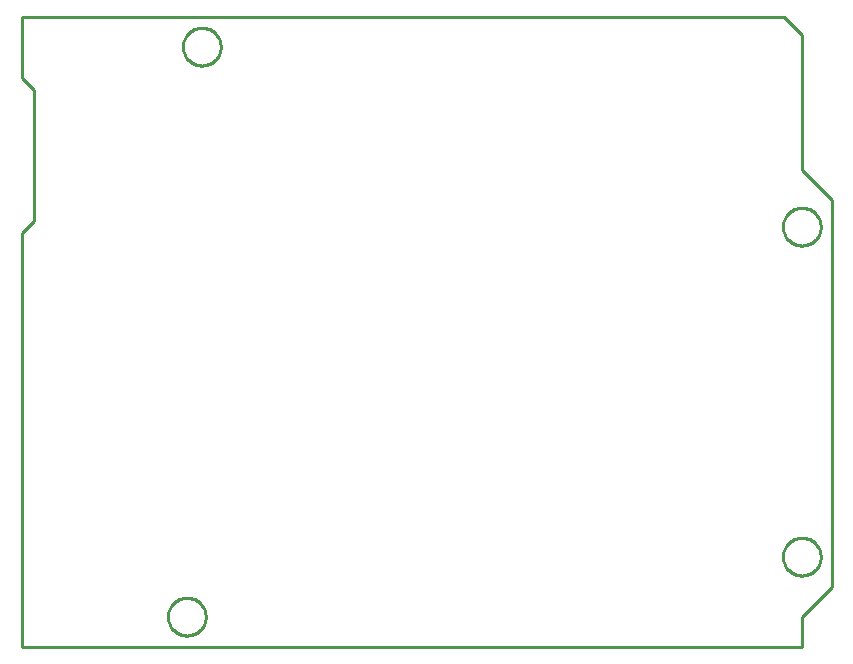
<source format=gbr>
G04 EAGLE Gerber RS-274X export*
G75*
%MOMM*%
%FSLAX34Y34*%
%LPD*%
%IN*%
%IPPOS*%
%AMOC8*
5,1,8,0,0,1.08239X$1,22.5*%
G01*
%ADD10C,0.254000*%


D10*
X0Y0D02*
X660400Y0D01*
X660400Y25400D01*
X685800Y50800D01*
X685800Y378460D01*
X660400Y403860D01*
X660400Y518160D01*
X645160Y533400D01*
X0Y533400D01*
X0Y481330D01*
X10160Y471170D01*
X10160Y360680D01*
X0Y350520D01*
X0Y0D01*
X155700Y24876D02*
X155632Y23831D01*
X155495Y22792D01*
X155290Y21765D01*
X155019Y20753D01*
X154683Y19761D01*
X154282Y18793D01*
X153818Y17854D01*
X153295Y16946D01*
X152713Y16075D01*
X152075Y15244D01*
X151384Y14457D01*
X150643Y13716D01*
X149856Y13025D01*
X149025Y12388D01*
X148154Y11806D01*
X147246Y11282D01*
X146307Y10818D01*
X145339Y10417D01*
X144347Y10081D01*
X143335Y9810D01*
X142308Y9605D01*
X141269Y9469D01*
X140224Y9400D01*
X139176Y9400D01*
X138131Y9469D01*
X137092Y9605D01*
X136065Y9810D01*
X135053Y10081D01*
X134061Y10417D01*
X133093Y10818D01*
X132154Y11282D01*
X131246Y11806D01*
X130375Y12388D01*
X129544Y13025D01*
X128757Y13716D01*
X128016Y14457D01*
X127325Y15244D01*
X126688Y16075D01*
X126106Y16946D01*
X125582Y17854D01*
X125118Y18793D01*
X124717Y19761D01*
X124381Y20753D01*
X124110Y21765D01*
X123905Y22792D01*
X123769Y23831D01*
X123700Y24876D01*
X123700Y25924D01*
X123769Y26969D01*
X123905Y28008D01*
X124110Y29035D01*
X124381Y30047D01*
X124717Y31039D01*
X125118Y32007D01*
X125582Y32946D01*
X126106Y33854D01*
X126688Y34725D01*
X127325Y35556D01*
X128016Y36343D01*
X128757Y37084D01*
X129544Y37775D01*
X130375Y38413D01*
X131246Y38995D01*
X132154Y39518D01*
X133093Y39982D01*
X134061Y40383D01*
X135053Y40719D01*
X136065Y40990D01*
X137092Y41195D01*
X138131Y41332D01*
X139176Y41400D01*
X140224Y41400D01*
X141269Y41332D01*
X142308Y41195D01*
X143335Y40990D01*
X144347Y40719D01*
X145339Y40383D01*
X146307Y39982D01*
X147246Y39518D01*
X148154Y38995D01*
X149025Y38413D01*
X149856Y37775D01*
X150643Y37084D01*
X151384Y36343D01*
X152075Y35556D01*
X152713Y34725D01*
X153295Y33854D01*
X153818Y32946D01*
X154282Y32007D01*
X154683Y31039D01*
X155019Y30047D01*
X155290Y29035D01*
X155495Y28008D01*
X155632Y26969D01*
X155700Y25924D01*
X155700Y24876D01*
X676400Y355076D02*
X676332Y354031D01*
X676195Y352992D01*
X675990Y351965D01*
X675719Y350953D01*
X675383Y349961D01*
X674982Y348993D01*
X674518Y348054D01*
X673995Y347146D01*
X673413Y346275D01*
X672775Y345444D01*
X672084Y344657D01*
X671343Y343916D01*
X670556Y343225D01*
X669725Y342588D01*
X668854Y342006D01*
X667946Y341482D01*
X667007Y341018D01*
X666039Y340617D01*
X665047Y340281D01*
X664035Y340010D01*
X663008Y339805D01*
X661969Y339669D01*
X660924Y339600D01*
X659876Y339600D01*
X658831Y339669D01*
X657792Y339805D01*
X656765Y340010D01*
X655753Y340281D01*
X654761Y340617D01*
X653793Y341018D01*
X652854Y341482D01*
X651946Y342006D01*
X651075Y342588D01*
X650244Y343225D01*
X649457Y343916D01*
X648716Y344657D01*
X648025Y345444D01*
X647388Y346275D01*
X646806Y347146D01*
X646282Y348054D01*
X645818Y348993D01*
X645417Y349961D01*
X645081Y350953D01*
X644810Y351965D01*
X644605Y352992D01*
X644469Y354031D01*
X644400Y355076D01*
X644400Y356124D01*
X644469Y357169D01*
X644605Y358208D01*
X644810Y359235D01*
X645081Y360247D01*
X645417Y361239D01*
X645818Y362207D01*
X646282Y363146D01*
X646806Y364054D01*
X647388Y364925D01*
X648025Y365756D01*
X648716Y366543D01*
X649457Y367284D01*
X650244Y367975D01*
X651075Y368613D01*
X651946Y369195D01*
X652854Y369718D01*
X653793Y370182D01*
X654761Y370583D01*
X655753Y370919D01*
X656765Y371190D01*
X657792Y371395D01*
X658831Y371532D01*
X659876Y371600D01*
X660924Y371600D01*
X661969Y371532D01*
X663008Y371395D01*
X664035Y371190D01*
X665047Y370919D01*
X666039Y370583D01*
X667007Y370182D01*
X667946Y369718D01*
X668854Y369195D01*
X669725Y368613D01*
X670556Y367975D01*
X671343Y367284D01*
X672084Y366543D01*
X672775Y365756D01*
X673413Y364925D01*
X673995Y364054D01*
X674518Y363146D01*
X674982Y362207D01*
X675383Y361239D01*
X675719Y360247D01*
X675990Y359235D01*
X676195Y358208D01*
X676332Y357169D01*
X676400Y356124D01*
X676400Y355076D01*
X676400Y75676D02*
X676332Y74631D01*
X676195Y73592D01*
X675990Y72565D01*
X675719Y71553D01*
X675383Y70561D01*
X674982Y69593D01*
X674518Y68654D01*
X673995Y67746D01*
X673413Y66875D01*
X672775Y66044D01*
X672084Y65257D01*
X671343Y64516D01*
X670556Y63825D01*
X669725Y63188D01*
X668854Y62606D01*
X667946Y62082D01*
X667007Y61618D01*
X666039Y61217D01*
X665047Y60881D01*
X664035Y60610D01*
X663008Y60405D01*
X661969Y60269D01*
X660924Y60200D01*
X659876Y60200D01*
X658831Y60269D01*
X657792Y60405D01*
X656765Y60610D01*
X655753Y60881D01*
X654761Y61217D01*
X653793Y61618D01*
X652854Y62082D01*
X651946Y62606D01*
X651075Y63188D01*
X650244Y63825D01*
X649457Y64516D01*
X648716Y65257D01*
X648025Y66044D01*
X647388Y66875D01*
X646806Y67746D01*
X646282Y68654D01*
X645818Y69593D01*
X645417Y70561D01*
X645081Y71553D01*
X644810Y72565D01*
X644605Y73592D01*
X644469Y74631D01*
X644400Y75676D01*
X644400Y76724D01*
X644469Y77769D01*
X644605Y78808D01*
X644810Y79835D01*
X645081Y80847D01*
X645417Y81839D01*
X645818Y82807D01*
X646282Y83746D01*
X646806Y84654D01*
X647388Y85525D01*
X648025Y86356D01*
X648716Y87143D01*
X649457Y87884D01*
X650244Y88575D01*
X651075Y89213D01*
X651946Y89795D01*
X652854Y90318D01*
X653793Y90782D01*
X654761Y91183D01*
X655753Y91519D01*
X656765Y91790D01*
X657792Y91995D01*
X658831Y92132D01*
X659876Y92200D01*
X660924Y92200D01*
X661969Y92132D01*
X663008Y91995D01*
X664035Y91790D01*
X665047Y91519D01*
X666039Y91183D01*
X667007Y90782D01*
X667946Y90318D01*
X668854Y89795D01*
X669725Y89213D01*
X670556Y88575D01*
X671343Y87884D01*
X672084Y87143D01*
X672775Y86356D01*
X673413Y85525D01*
X673995Y84654D01*
X674518Y83746D01*
X674982Y82807D01*
X675383Y81839D01*
X675719Y80847D01*
X675990Y79835D01*
X676195Y78808D01*
X676332Y77769D01*
X676400Y76724D01*
X676400Y75676D01*
X168400Y507476D02*
X168332Y506431D01*
X168195Y505392D01*
X167990Y504365D01*
X167719Y503353D01*
X167383Y502361D01*
X166982Y501393D01*
X166518Y500454D01*
X165995Y499546D01*
X165413Y498675D01*
X164775Y497844D01*
X164084Y497057D01*
X163343Y496316D01*
X162556Y495625D01*
X161725Y494988D01*
X160854Y494406D01*
X159946Y493882D01*
X159007Y493418D01*
X158039Y493017D01*
X157047Y492681D01*
X156035Y492410D01*
X155008Y492205D01*
X153969Y492069D01*
X152924Y492000D01*
X151876Y492000D01*
X150831Y492069D01*
X149792Y492205D01*
X148765Y492410D01*
X147753Y492681D01*
X146761Y493017D01*
X145793Y493418D01*
X144854Y493882D01*
X143946Y494406D01*
X143075Y494988D01*
X142244Y495625D01*
X141457Y496316D01*
X140716Y497057D01*
X140025Y497844D01*
X139388Y498675D01*
X138806Y499546D01*
X138282Y500454D01*
X137818Y501393D01*
X137417Y502361D01*
X137081Y503353D01*
X136810Y504365D01*
X136605Y505392D01*
X136469Y506431D01*
X136400Y507476D01*
X136400Y508524D01*
X136469Y509569D01*
X136605Y510608D01*
X136810Y511635D01*
X137081Y512647D01*
X137417Y513639D01*
X137818Y514607D01*
X138282Y515546D01*
X138806Y516454D01*
X139388Y517325D01*
X140025Y518156D01*
X140716Y518943D01*
X141457Y519684D01*
X142244Y520375D01*
X143075Y521013D01*
X143946Y521595D01*
X144854Y522118D01*
X145793Y522582D01*
X146761Y522983D01*
X147753Y523319D01*
X148765Y523590D01*
X149792Y523795D01*
X150831Y523932D01*
X151876Y524000D01*
X152924Y524000D01*
X153969Y523932D01*
X155008Y523795D01*
X156035Y523590D01*
X157047Y523319D01*
X158039Y522983D01*
X159007Y522582D01*
X159946Y522118D01*
X160854Y521595D01*
X161725Y521013D01*
X162556Y520375D01*
X163343Y519684D01*
X164084Y518943D01*
X164775Y518156D01*
X165413Y517325D01*
X165995Y516454D01*
X166518Y515546D01*
X166982Y514607D01*
X167383Y513639D01*
X167719Y512647D01*
X167990Y511635D01*
X168195Y510608D01*
X168332Y509569D01*
X168400Y508524D01*
X168400Y507476D01*
M02*

</source>
